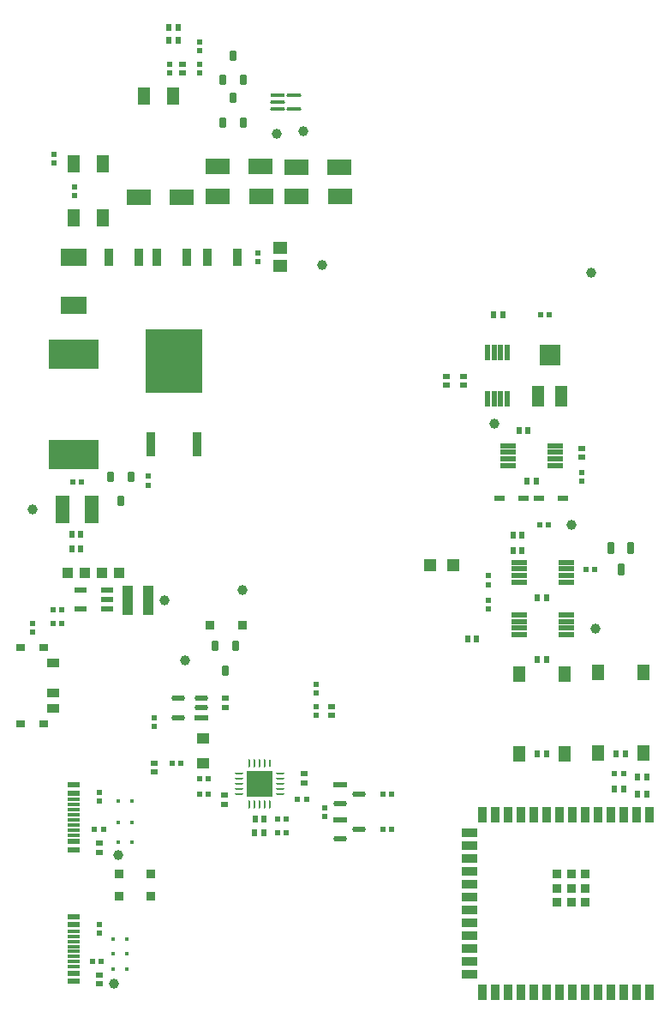
<source format=gtp>
G04*
G04 #@! TF.GenerationSoftware,Altium Limited,Altium Designer,25.4.2 (15)*
G04*
G04 Layer_Color=8421504*
%FSLAX44Y44*%
%MOMM*%
G71*
G04*
G04 #@! TF.SameCoordinates,6A8DEE2E-71F6-4429-A04B-94C45BF31DEA*
G04*
G04*
G04 #@! TF.FilePolarity,Positive*
G04*
G01*
G75*
%ADD17R,0.5400X0.6000*%
%ADD18R,0.9000X1.5000*%
%ADD19R,0.9000X0.9000*%
%ADD20R,1.5000X0.9000*%
%ADD21R,1.2500X0.9000*%
%ADD22R,0.9300X0.8000*%
%ADD23R,0.6000X0.6400*%
%ADD24R,1.3000X1.5500*%
%ADD25R,0.6400X0.6000*%
G04:AMPARAMS|DCode=26|XSize=0.45mm|YSize=1.55mm|CornerRadius=0.0495mm|HoleSize=0mm|Usage=FLASHONLY|Rotation=0.000|XOffset=0mm|YOffset=0mm|HoleType=Round|Shape=RoundedRectangle|*
%AMROUNDEDRECTD26*
21,1,0.4500,1.4510,0,0,0.0*
21,1,0.3510,1.5500,0,0,0.0*
1,1,0.0990,0.1755,-0.7255*
1,1,0.0990,-0.1755,-0.7255*
1,1,0.0990,-0.1755,0.7255*
1,1,0.0990,0.1755,0.7255*
%
%ADD26ROUNDEDRECTD26*%
%ADD27R,1.3383X0.5780*%
G04:AMPARAMS|DCode=28|XSize=1.3383mm|YSize=0.578mm|CornerRadius=0.289mm|HoleSize=0mm|Usage=FLASHONLY|Rotation=180.000|XOffset=0mm|YOffset=0mm|HoleType=Round|Shape=RoundedRectangle|*
%AMROUNDEDRECTD28*
21,1,1.3383,0.0000,0,0,180.0*
21,1,0.7603,0.5780,0,0,180.0*
1,1,0.5780,-0.3802,0.0000*
1,1,0.5780,0.3802,0.0000*
1,1,0.5780,0.3802,0.0000*
1,1,0.5780,-0.3802,0.0000*
%
%ADD28ROUNDEDRECTD28*%
%ADD29R,1.1000X1.0000*%
%ADD30R,5.0000X2.9000*%
%ADD31R,0.2500X0.8000*%
G04:AMPARAMS|DCode=32|XSize=0.8mm|YSize=0.25mm|CornerRadius=0.125mm|HoleSize=0mm|Usage=FLASHONLY|Rotation=270.000|XOffset=0mm|YOffset=0mm|HoleType=Round|Shape=RoundedRectangle|*
%AMROUNDEDRECTD32*
21,1,0.8000,0.0000,0,0,270.0*
21,1,0.5500,0.2500,0,0,270.0*
1,1,0.2500,0.0000,-0.2750*
1,1,0.2500,0.0000,0.2750*
1,1,0.2500,0.0000,0.2750*
1,1,0.2500,0.0000,-0.2750*
%
%ADD32ROUNDEDRECTD32*%
G04:AMPARAMS|DCode=33|XSize=0.25mm|YSize=0.8mm|CornerRadius=0.125mm|HoleSize=0mm|Usage=FLASHONLY|Rotation=270.000|XOffset=0mm|YOffset=0mm|HoleType=Round|Shape=RoundedRectangle|*
%AMROUNDEDRECTD33*
21,1,0.2500,0.5500,0,0,270.0*
21,1,0.0000,0.8000,0,0,270.0*
1,1,0.2500,-0.2750,0.0000*
1,1,0.2500,-0.2750,0.0000*
1,1,0.2500,0.2750,0.0000*
1,1,0.2500,0.2750,0.0000*
%
%ADD33ROUNDEDRECTD33*%
%ADD34R,2.6000X2.6000*%
%ADD35R,1.2954X1.2954*%
%ADD36C,1.0000*%
%ADD37R,1.3000X2.0000*%
%ADD38R,2.0000X2.0000*%
G04:AMPARAMS|DCode=39|XSize=0.45mm|YSize=1.55mm|CornerRadius=0.0495mm|HoleSize=0mm|Usage=FLASHONLY|Rotation=270.000|XOffset=0mm|YOffset=0mm|HoleType=Round|Shape=RoundedRectangle|*
%AMROUNDEDRECTD39*
21,1,0.4500,1.4510,0,0,270.0*
21,1,0.3510,1.5500,0,0,270.0*
1,1,0.0990,-0.7255,-0.1755*
1,1,0.0990,-0.7255,0.1755*
1,1,0.0990,0.7255,0.1755*
1,1,0.0990,0.7255,-0.1755*
%
%ADD39ROUNDEDRECTD39*%
%ADD40R,0.6000X0.5400*%
%ADD41R,1.1000X0.5000*%
G04:AMPARAMS|DCode=42|XSize=1.23mm|YSize=0.6mm|CornerRadius=0.075mm|HoleSize=0mm|Usage=FLASHONLY|Rotation=270.000|XOffset=0mm|YOffset=0mm|HoleType=Round|Shape=RoundedRectangle|*
%AMROUNDEDRECTD42*
21,1,1.2300,0.4500,0,0,270.0*
21,1,1.0800,0.6000,0,0,270.0*
1,1,0.1500,-0.2250,-0.5400*
1,1,0.1500,-0.2250,0.5400*
1,1,0.1500,0.2250,0.5400*
1,1,0.1500,0.2250,-0.5400*
%
%ADD42ROUNDEDRECTD42*%
%ADD43R,0.9000X0.9500*%
G04:AMPARAMS|DCode=44|XSize=1.3571mm|YSize=0.5721mm|CornerRadius=0.2861mm|HoleSize=0mm|Usage=FLASHONLY|Rotation=0.000|XOffset=0mm|YOffset=0mm|HoleType=Round|Shape=RoundedRectangle|*
%AMROUNDEDRECTD44*
21,1,1.3571,0.0000,0,0,0.0*
21,1,0.7850,0.5721,0,0,0.0*
1,1,0.5721,0.3925,0.0000*
1,1,0.5721,-0.3925,0.0000*
1,1,0.5721,-0.3925,0.0000*
1,1,0.5721,0.3925,0.0000*
%
%ADD44ROUNDEDRECTD44*%
%ADD45R,1.3571X0.5721*%
G04:AMPARAMS|DCode=46|XSize=0.65mm|YSize=1mm|CornerRadius=0.0813mm|HoleSize=0mm|Usage=FLASHONLY|Rotation=0.000|XOffset=0mm|YOffset=0mm|HoleType=Round|Shape=RoundedRectangle|*
%AMROUNDEDRECTD46*
21,1,0.6500,0.8375,0,0,0.0*
21,1,0.4875,1.0000,0,0,0.0*
1,1,0.1625,0.2438,-0.4188*
1,1,0.1625,-0.2438,-0.4188*
1,1,0.1625,-0.2438,0.4188*
1,1,0.1625,0.2438,0.4188*
%
%ADD46ROUNDEDRECTD46*%
%ADD47R,1.2500X1.1000*%
%ADD48R,1.0000X3.0000*%
%ADD49R,1.2000X0.6000*%
%ADD50R,1.4500X2.8100*%
%ADD51R,1.4700X1.1600*%
%ADD52R,0.9398X2.4892*%
%ADD53R,5.5626X6.2992*%
%ADD54R,0.9700X1.7300*%
%ADD55R,2.5400X1.8000*%
%ADD56R,1.3000X1.8000*%
G04:AMPARAMS|DCode=57|XSize=1.464mm|YSize=0.3758mm|CornerRadius=0.1879mm|HoleSize=0mm|Usage=FLASHONLY|Rotation=0.000|XOffset=0mm|YOffset=0mm|HoleType=Round|Shape=RoundedRectangle|*
%AMROUNDEDRECTD57*
21,1,1.4640,0.0000,0,0,0.0*
21,1,1.0881,0.3758,0,0,0.0*
1,1,0.3758,0.5441,0.0000*
1,1,0.3758,-0.5441,0.0000*
1,1,0.3758,-0.5441,0.0000*
1,1,0.3758,0.5441,0.0000*
%
%ADD57ROUNDEDRECTD57*%
%ADD58R,1.4640X0.3758*%
%ADD59R,2.3300X1.5500*%
%ADD60R,0.4000X0.4000*%
%ADD61R,1.1500X0.6000*%
%ADD62R,1.1500X0.3000*%
D17*
X570680Y515000D02*
D03*
X579320D02*
D03*
X72320Y601000D02*
D03*
X63680D02*
D03*
X524680Y559000D02*
D03*
X533320D02*
D03*
X599000Y313000D02*
D03*
X607640D02*
D03*
X91320Y128000D02*
D03*
X82680D02*
D03*
X294320Y288000D02*
D03*
X285680D02*
D03*
X378320Y293000D02*
D03*
X369680D02*
D03*
X378320Y258000D02*
D03*
X369680D02*
D03*
X274320Y268000D02*
D03*
X265680D02*
D03*
X266000Y255000D02*
D03*
X274640D02*
D03*
X197320Y293000D02*
D03*
X188680D02*
D03*
X197320Y308000D02*
D03*
X188680D02*
D03*
X170320Y323000D02*
D03*
X161680D02*
D03*
X52320Y461000D02*
D03*
X43680D02*
D03*
Y475000D02*
D03*
X52320D02*
D03*
X93640Y258000D02*
D03*
X85000D02*
D03*
X525680Y766000D02*
D03*
X534320D02*
D03*
D18*
X468100Y272500D02*
D03*
X480800D02*
D03*
X633200Y97500D02*
D03*
X620500D02*
D03*
X607800D02*
D03*
X595100D02*
D03*
X582400D02*
D03*
X569700D02*
D03*
X557000D02*
D03*
X544300D02*
D03*
X531600D02*
D03*
X518900D02*
D03*
X506200D02*
D03*
X493500D02*
D03*
X480800D02*
D03*
X468100D02*
D03*
X493500Y272500D02*
D03*
X506200D02*
D03*
X518900D02*
D03*
X531600D02*
D03*
X544300D02*
D03*
X557000D02*
D03*
X569700D02*
D03*
X582400D02*
D03*
X595100D02*
D03*
X607800D02*
D03*
X620500D02*
D03*
X633200D02*
D03*
D19*
X570000Y186000D02*
D03*
X556000D02*
D03*
X542000D02*
D03*
Y200000D02*
D03*
Y214000D02*
D03*
X556000D02*
D03*
X570000D02*
D03*
Y200000D02*
D03*
X556000D02*
D03*
D20*
X455600Y115150D02*
D03*
Y127850D02*
D03*
Y140550D02*
D03*
Y153250D02*
D03*
Y165950D02*
D03*
Y178650D02*
D03*
Y191350D02*
D03*
Y204050D02*
D03*
Y216750D02*
D03*
Y229450D02*
D03*
Y242150D02*
D03*
Y254850D02*
D03*
D21*
X44050Y422500D02*
D03*
Y392500D02*
D03*
Y377500D02*
D03*
D22*
X34650Y438000D02*
D03*
Y362000D02*
D03*
X11950Y438000D02*
D03*
Y362000D02*
D03*
D23*
X531450Y486410D02*
D03*
X522650D02*
D03*
X531450Y425450D02*
D03*
X522650D02*
D03*
X498520Y548640D02*
D03*
X507320D02*
D03*
X498520Y533400D02*
D03*
X507320D02*
D03*
X512490Y601980D02*
D03*
X521290D02*
D03*
X504280Y651510D02*
D03*
X513080D02*
D03*
X630510Y310134D02*
D03*
X621710D02*
D03*
X621600Y293000D02*
D03*
X630400D02*
D03*
X531400Y333000D02*
D03*
X522600D02*
D03*
X600600D02*
D03*
X609400D02*
D03*
X607650Y297688D02*
D03*
X598850D02*
D03*
X252400Y268000D02*
D03*
X243600D02*
D03*
X243200Y255000D02*
D03*
X252000D02*
D03*
X479600Y766000D02*
D03*
X488400D02*
D03*
X453600Y446000D02*
D03*
X462400D02*
D03*
X167400Y1050000D02*
D03*
X158600D02*
D03*
Y1037000D02*
D03*
X167400D02*
D03*
X62600Y535000D02*
D03*
X71400D02*
D03*
Y549000D02*
D03*
X62600D02*
D03*
D24*
X549500Y411750D02*
D03*
Y332250D02*
D03*
X504500Y411750D02*
D03*
Y332250D02*
D03*
X582500Y333250D02*
D03*
Y412750D02*
D03*
X627500Y333250D02*
D03*
Y412750D02*
D03*
D25*
X449580Y696640D02*
D03*
Y705440D02*
D03*
X433070Y696640D02*
D03*
Y705440D02*
D03*
X90000Y244400D02*
D03*
Y235600D02*
D03*
X292000Y304000D02*
D03*
Y312800D02*
D03*
X213000Y291800D02*
D03*
Y283000D02*
D03*
X90000Y105600D02*
D03*
Y114400D02*
D03*
X566000Y634000D02*
D03*
Y625200D02*
D03*
X144000Y314600D02*
D03*
Y323400D02*
D03*
X214000Y387400D02*
D03*
Y378600D02*
D03*
X319000Y370600D02*
D03*
Y379400D02*
D03*
X172000Y1013400D02*
D03*
Y1004600D02*
D03*
D26*
X473250Y682750D02*
D03*
X479750D02*
D03*
X486250D02*
D03*
X492750D02*
D03*
X473250Y729250D02*
D03*
X479750D02*
D03*
X486250D02*
D03*
X492750D02*
D03*
D27*
X190162Y368500D02*
D03*
D28*
Y378000D02*
D03*
Y387500D02*
D03*
X167838D02*
D03*
Y368500D02*
D03*
D29*
X58500Y511000D02*
D03*
X75500D02*
D03*
X92500D02*
D03*
X109500D02*
D03*
D30*
X64000Y727000D02*
D03*
Y628000D02*
D03*
D31*
X258250Y323250D02*
D03*
D32*
X253250D02*
D03*
X248250D02*
D03*
X243250D02*
D03*
X238250D02*
D03*
Y282750D02*
D03*
X243250D02*
D03*
X248250D02*
D03*
X253250D02*
D03*
X258250D02*
D03*
D33*
X228000Y313000D02*
D03*
Y308000D02*
D03*
Y303000D02*
D03*
Y298000D02*
D03*
Y293000D02*
D03*
X268500D02*
D03*
Y298000D02*
D03*
Y303000D02*
D03*
Y308000D02*
D03*
Y313000D02*
D03*
D34*
X248250Y303000D02*
D03*
D35*
X439500Y518500D02*
D03*
X416500D02*
D03*
D36*
X576000Y808000D02*
D03*
X480000Y659000D02*
D03*
X556000Y559000D02*
D03*
X580000Y456000D02*
D03*
X104000Y106000D02*
D03*
X108000Y233000D02*
D03*
X174000Y425000D02*
D03*
X231000Y494000D02*
D03*
X154000Y484000D02*
D03*
X24000Y574000D02*
D03*
X310000Y815000D02*
D03*
X291000Y947000D02*
D03*
X265000Y945000D02*
D03*
D37*
X546500Y686000D02*
D03*
X523500D02*
D03*
D38*
X535000Y726000D02*
D03*
D39*
X540250Y617250D02*
D03*
Y623750D02*
D03*
Y630250D02*
D03*
Y636750D02*
D03*
X493750Y617250D02*
D03*
Y623750D02*
D03*
Y630250D02*
D03*
Y636750D02*
D03*
X504750Y521750D02*
D03*
Y515250D02*
D03*
Y508750D02*
D03*
Y502250D02*
D03*
X551250Y521750D02*
D03*
Y515250D02*
D03*
Y508750D02*
D03*
Y502250D02*
D03*
X504750Y469750D02*
D03*
Y463250D02*
D03*
Y456750D02*
D03*
Y450250D02*
D03*
X551250Y469750D02*
D03*
Y463250D02*
D03*
Y456750D02*
D03*
Y450250D02*
D03*
D40*
X566000Y601680D02*
D03*
Y610320D02*
D03*
X474000Y499680D02*
D03*
Y508320D02*
D03*
Y475680D02*
D03*
Y484320D02*
D03*
X90000Y155680D02*
D03*
Y164320D02*
D03*
X312166Y271014D02*
D03*
Y279654D02*
D03*
X304000Y392680D02*
D03*
Y401320D02*
D03*
Y379320D02*
D03*
Y370680D02*
D03*
X144000Y368320D02*
D03*
Y359680D02*
D03*
X24000Y461640D02*
D03*
Y453000D02*
D03*
X138000Y598000D02*
D03*
Y606640D02*
D03*
X246000Y827320D02*
D03*
Y818680D02*
D03*
X65000Y892320D02*
D03*
Y883680D02*
D03*
X45000Y924320D02*
D03*
Y915680D02*
D03*
X159000Y1004680D02*
D03*
Y1013320D02*
D03*
X189000D02*
D03*
Y1004680D02*
D03*
Y1035320D02*
D03*
Y1026680D02*
D03*
X90000Y285680D02*
D03*
Y294320D02*
D03*
D41*
X547500Y585000D02*
D03*
X524500D02*
D03*
X508500D02*
D03*
X485500D02*
D03*
D42*
X614500Y535600D02*
D03*
X595500D02*
D03*
X605000Y514400D02*
D03*
D43*
X140500Y192000D02*
D03*
X109000D02*
D03*
X140750Y214000D02*
D03*
X109250D02*
D03*
X230750Y460000D02*
D03*
X199250D02*
D03*
D44*
X346506Y293000D02*
D03*
X327495Y283500D02*
D03*
X346506Y258000D02*
D03*
X327495Y248500D02*
D03*
D45*
Y302500D02*
D03*
Y267500D02*
D03*
D46*
X214000Y415000D02*
D03*
X203800Y439000D02*
D03*
X224200D02*
D03*
X221800Y1022000D02*
D03*
X232000Y998000D02*
D03*
X211600D02*
D03*
X221800Y980000D02*
D03*
X232000Y956000D02*
D03*
X211600D02*
D03*
X121000Y606000D02*
D03*
X100600D02*
D03*
X110800Y582000D02*
D03*
D47*
X192000Y348000D02*
D03*
Y323000D02*
D03*
D48*
X138000Y484000D02*
D03*
X118000D02*
D03*
D49*
X71000Y475500D02*
D03*
Y494500D02*
D03*
X97000D02*
D03*
Y485000D02*
D03*
Y475500D02*
D03*
D50*
X82300Y574000D02*
D03*
X53700D02*
D03*
D51*
X268000Y832000D02*
D03*
Y814400D02*
D03*
D52*
X185860Y638466D02*
D03*
X140140D02*
D03*
D53*
X163000Y720000D02*
D03*
D54*
X225800Y823000D02*
D03*
X196200D02*
D03*
X175800D02*
D03*
X146200D02*
D03*
X128800D02*
D03*
X99200D02*
D03*
D55*
X64000D02*
D03*
Y775000D02*
D03*
D56*
X93500Y862000D02*
D03*
X64500D02*
D03*
X93500Y915000D02*
D03*
X64500D02*
D03*
X162500Y982000D02*
D03*
X133500D02*
D03*
D57*
X282201Y982500D02*
D03*
Y969500D02*
D03*
X265799D02*
D03*
Y976000D02*
D03*
D58*
Y982500D02*
D03*
D59*
X128300Y882000D02*
D03*
X171000D02*
D03*
X249350Y883000D02*
D03*
X206650D02*
D03*
X327000Y912000D02*
D03*
X284300D02*
D03*
X284650Y883000D02*
D03*
X327350D02*
D03*
X249000Y913000D02*
D03*
X206300D02*
D03*
D60*
X108000Y265000D02*
D03*
X122000D02*
D03*
X108000Y286000D02*
D03*
X122000D02*
D03*
X122322Y245522D02*
D03*
X108322D02*
D03*
X117000Y120000D02*
D03*
X103000D02*
D03*
X117000Y150000D02*
D03*
X103000D02*
D03*
X117000Y135000D02*
D03*
X103000D02*
D03*
D61*
X64250Y238000D02*
D03*
Y246000D02*
D03*
Y302000D02*
D03*
Y294000D02*
D03*
Y108000D02*
D03*
Y116000D02*
D03*
Y172000D02*
D03*
Y164000D02*
D03*
D62*
Y252500D02*
D03*
Y282500D02*
D03*
Y287500D02*
D03*
Y272500D02*
D03*
Y277500D02*
D03*
Y262500D02*
D03*
Y267500D02*
D03*
Y257500D02*
D03*
Y122500D02*
D03*
Y152500D02*
D03*
Y157500D02*
D03*
Y142500D02*
D03*
Y147500D02*
D03*
Y132500D02*
D03*
Y137500D02*
D03*
Y127500D02*
D03*
M02*

</source>
